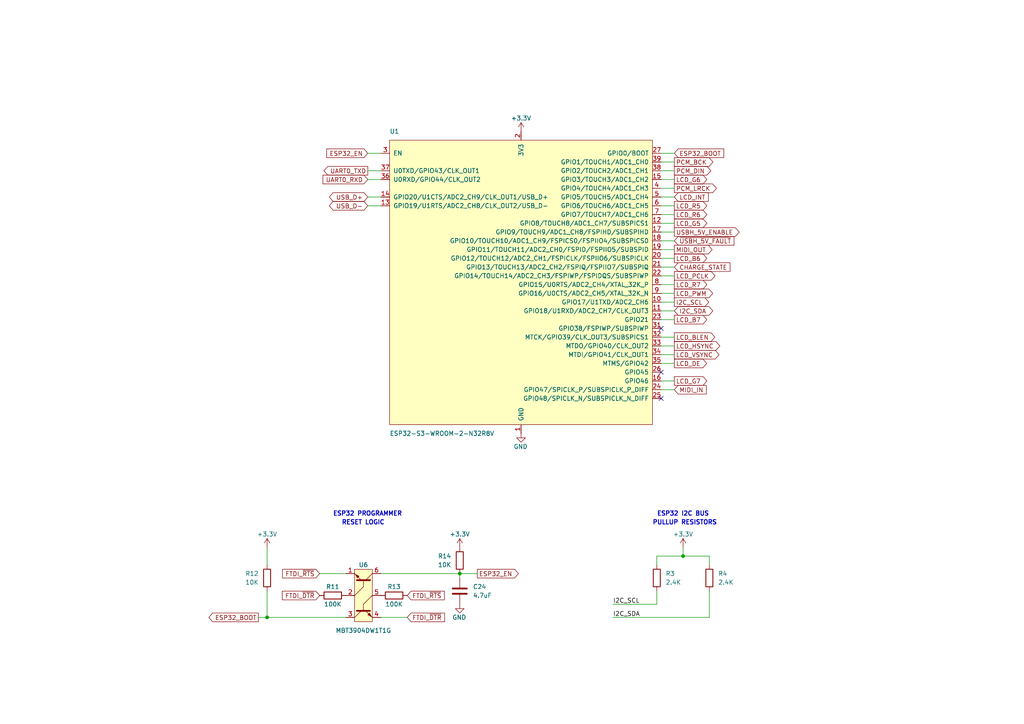
<source format=kicad_sch>
(kicad_sch (version 20230121) (generator eeschema)

  (uuid f226e34b-2860-4bf9-bc2d-6855a8ea5ba6)

  (paper "A4")

  (title_block
    (title "Tulip CC / MCU")
  )

  (lib_symbols
    (symbol "power:+3.3V" (power) (pin_names (offset 0)) (in_bom yes) (on_board yes)
      (property "Reference" "#PWR" (at 0 -3.81 0)
        (effects (font (size 1.27 1.27)) hide)
      )
      (property "Value" "+3.3V" (at 0 3.556 0)
        (effects (font (size 1.27 1.27)))
      )
      (property "Footprint" "" (at 0 0 0)
        (effects (font (size 1.27 1.27)) hide)
      )
      (property "Datasheet" "" (at 0 0 0)
        (effects (font (size 1.27 1.27)) hide)
      )
      (property "ki_keywords" "global power" (at 0 0 0)
        (effects (font (size 1.27 1.27)) hide)
      )
      (property "ki_description" "Power symbol creates a global label with name \"+3.3V\"" (at 0 0 0)
        (effects (font (size 1.27 1.27)) hide)
      )
      (symbol "+3.3V_0_1"
        (polyline
          (pts
            (xy -0.762 1.27)
            (xy 0 2.54)
          )
          (stroke (width 0) (type default))
          (fill (type none))
        )
        (polyline
          (pts
            (xy 0 0)
            (xy 0 2.54)
          )
          (stroke (width 0) (type default))
          (fill (type none))
        )
        (polyline
          (pts
            (xy 0 2.54)
            (xy 0.762 1.27)
          )
          (stroke (width 0) (type default))
          (fill (type none))
        )
      )
      (symbol "+3.3V_1_1"
        (pin power_in line (at 0 0 90) (length 0) hide
          (name "+3.3V" (effects (font (size 1.27 1.27))))
          (number "1" (effects (font (size 1.27 1.27))))
        )
      )
    )
    (symbol "power:GND" (power) (pin_names (offset 0)) (in_bom yes) (on_board yes)
      (property "Reference" "#PWR" (at 0 -6.35 0)
        (effects (font (size 1.27 1.27)) hide)
      )
      (property "Value" "GND" (at 0 -3.81 0)
        (effects (font (size 1.27 1.27)))
      )
      (property "Footprint" "" (at 0 0 0)
        (effects (font (size 1.27 1.27)) hide)
      )
      (property "Datasheet" "" (at 0 0 0)
        (effects (font (size 1.27 1.27)) hide)
      )
      (property "ki_keywords" "global power" (at 0 0 0)
        (effects (font (size 1.27 1.27)) hide)
      )
      (property "ki_description" "Power symbol creates a global label with name \"GND\" , ground" (at 0 0 0)
        (effects (font (size 1.27 1.27)) hide)
      )
      (symbol "GND_0_1"
        (polyline
          (pts
            (xy 0 0)
            (xy 0 -1.27)
            (xy 1.27 -1.27)
            (xy 0 -2.54)
            (xy -1.27 -1.27)
            (xy 0 -1.27)
          )
          (stroke (width 0) (type default))
          (fill (type none))
        )
      )
      (symbol "GND_1_1"
        (pin power_in line (at 0 0 270) (length 0) hide
          (name "GND" (effects (font (size 1.27 1.27))))
          (number "1" (effects (font (size 1.27 1.27))))
        )
      )
    )
    (symbol "tulipcc_symbol_lib:CAP_0805_4.7UF" (pin_numbers hide) (pin_names (offset 0.254)) (in_bom yes) (on_board yes)
      (property "Reference" "C" (at 0.635 2.54 0)
        (effects (font (size 1.27 1.27)) (justify left))
      )
      (property "Value" "4.7uF" (at 0.635 -2.54 0)
        (effects (font (size 1.27 1.27)) (justify left))
      )
      (property "Footprint" "tulipcc_footprint_lib:C_0805_2012" (at 1.27 -15.24 0)
        (effects (font (size 1.27 1.27)) hide)
      )
      (property "Datasheet" "https://www.mouser.com/datasheet/2/212/KEM_C1002_X7R_SMD-1102033.pdf" (at 1.27 -11.43 0)
        (effects (font (size 1.27 1.27)) hide)
      )
      (property "Manufacturer" "Kemet" (at 0 -20.32 0)
        (effects (font (size 1.27 1.27)) hide)
      )
      (property "Part #" "C0805C475K3RACTU" (at 0 -22.86 0)
        (effects (font (size 1.27 1.27)) hide)
      )
      (property "Supplier 1" "Mouser" (at 0 -26.67 0)
        (effects (font (size 1.27 1.27)) hide)
      )
      (property "Supplier 1 #" "80-C0805C475K3RACTU" (at 0 -29.21 0)
        (effects (font (size 1.27 1.27)) hide)
      )
      (property "Supplier 2" "DigiKey" (at 0 -33.02 0)
        (effects (font (size 1.27 1.27)) hide)
      )
      (property "Supplier 2 #" "399-C0805C475K3RAC7800CT-ND" (at 2.54 -35.56 0)
        (effects (font (size 1.27 1.27)) hide)
      )
      (property "ki_keywords" "cap capacitor" (at 0 0 0)
        (effects (font (size 1.27 1.27)) hide)
      )
      (property "ki_description" "Capacitor 0805" (at 0 0 0)
        (effects (font (size 1.27 1.27)) hide)
      )
      (property "ki_fp_filters" "C_*" (at 0 0 0)
        (effects (font (size 1.27 1.27)) hide)
      )
      (symbol "CAP_0805_4.7UF_0_1"
        (polyline
          (pts
            (xy -2.032 -0.762)
            (xy 2.032 -0.762)
          )
          (stroke (width 0.508) (type default))
          (fill (type none))
        )
        (polyline
          (pts
            (xy -2.032 0.762)
            (xy 2.032 0.762)
          )
          (stroke (width 0.508) (type default))
          (fill (type none))
        )
      )
      (symbol "CAP_0805_4.7UF_1_1"
        (pin passive line (at 0 3.81 270) (length 2.794)
          (name "~" (effects (font (size 1.27 1.27))))
          (number "1" (effects (font (size 1.27 1.27))))
        )
        (pin passive line (at 0 -3.81 90) (length 2.794)
          (name "~" (effects (font (size 1.27 1.27))))
          (number "2" (effects (font (size 1.27 1.27))))
        )
      )
    )
    (symbol "tulipcc_symbol_lib:ESP32-S3-WROOM-2" (pin_names (offset 1.016)) (in_bom yes) (on_board yes)
      (property "Reference" "U" (at -38.1 45.72 0)
        (effects (font (size 1.27 1.27)) (justify left))
      )
      (property "Value" "ESP32-S3-WROOM-2-N32R8V" (at -38.1 43.18 0)
        (effects (font (size 1.27 1.27)) (justify left))
      )
      (property "Footprint" "tulipcc_footprint_lib:ESP32-S3-WROOM-2" (at -2.54 -45.72 0)
        (effects (font (size 1.27 1.27)) hide)
      )
      (property "Datasheet" "https://www.espressif.com/sites/default/files/documentation/esp32-s3-wroom-2_datasheet_en.pdf" (at -2.54 -48.26 0)
        (effects (font (size 1.27 1.27)) hide)
      )
      (property "Manufacturer" "Espressif" (at 0 -57.15 0)
        (effects (font (size 1.27 1.27)) hide)
      )
      (property "Part #" "ESP32-S3-WROOM-2-N32R8V" (at 0 -59.69 0)
        (effects (font (size 1.27 1.27)) hide)
      )
      (property "Supplier 1" "Mouser" (at 0 -63.5 0)
        (effects (font (size 1.27 1.27)) hide)
      )
      (property "Supplier 1 #" "356-ESP3S3WRM2N32R8V" (at 0 -66.04 0)
        (effects (font (size 1.27 1.27)) hide)
      )
      (property "Supplier 2" "DigiKey" (at 0 -69.85 0)
        (effects (font (size 1.27 1.27)) hide)
      )
      (property "Supplier 2 #" "1965-ESP32-S3-WROOM-2-N32R8VCT-ND " (at 2.54 -72.39 0)
        (effects (font (size 1.27 1.27)) hide)
      )
      (property "ki_description" "ESP32S3 WiFi/BLE SoC" (at 0 0 0)
        (effects (font (size 1.27 1.27)) hide)
      )
      (symbol "ESP32-S3-WROOM-2_0_0"
        (pin power_in line (at 0 -43.18 90) (length 2.54)
          (name "GND" (effects (font (size 1.27 1.27))))
          (number "1" (effects (font (size 1.27 1.27))))
        )
        (pin bidirectional line (at 40.64 -5.08 180) (length 2.54)
          (name "GPIO17/U1TXD/ADC2_CH6" (effects (font (size 1.27 1.27))))
          (number "10" (effects (font (size 1.27 1.27))))
        )
        (pin bidirectional line (at 40.64 -7.62 180) (length 2.54)
          (name "GPIO18/U1RXD/ADC2_CH7/CLK_OUT3" (effects (font (size 1.27 1.27))))
          (number "11" (effects (font (size 1.27 1.27))))
        )
        (pin bidirectional line (at 40.64 17.78 180) (length 2.54)
          (name "GPIO8/TOUCH8/ADC1_CH7/SUBSPICS1" (effects (font (size 1.27 1.27))))
          (number "12" (effects (font (size 1.27 1.27))))
        )
        (pin bidirectional line (at -40.64 22.86 0) (length 2.54)
          (name "GPIO19/U1RTS/ADC2_CH8/CLK_OUT2/USB_D-" (effects (font (size 1.27 1.27))))
          (number "13" (effects (font (size 1.27 1.27))))
        )
        (pin bidirectional line (at -40.64 25.4 0) (length 2.54)
          (name "GPIO20/U1CTS/ADC2_CH9/CLK_OUT1/USB_D+" (effects (font (size 1.27 1.27))))
          (number "14" (effects (font (size 1.27 1.27))))
        )
        (pin bidirectional line (at 40.64 30.48 180) (length 2.54)
          (name "GPIO3/TOUCH3/ADC1_CH2" (effects (font (size 1.27 1.27))))
          (number "15" (effects (font (size 1.27 1.27))))
        )
        (pin bidirectional line (at 40.64 -27.94 180) (length 2.54)
          (name "GPIO46" (effects (font (size 1.27 1.27))))
          (number "16" (effects (font (size 1.27 1.27))))
        )
        (pin bidirectional line (at 40.64 15.24 180) (length 2.54)
          (name "GPIO9/TOUCH9/ADC1_CH8/FSPIHD/SUBSPIHD" (effects (font (size 1.27 1.27))))
          (number "17" (effects (font (size 1.27 1.27))))
        )
        (pin bidirectional line (at 40.64 12.7 180) (length 2.54)
          (name "GPIO10/TOUCH10/ADC1_CH9/FSPICS0/FSPIIO4/SUBSPICS0" (effects (font (size 1.27 1.27))))
          (number "18" (effects (font (size 1.27 1.27))))
        )
        (pin bidirectional line (at 40.64 10.16 180) (length 2.54)
          (name "GPIO11/TOUCH11/ADC2_CH0/FSPID/FSPIIO5/SUBSPID" (effects (font (size 1.27 1.27))))
          (number "19" (effects (font (size 1.27 1.27))))
        )
        (pin power_in line (at 0 44.45 270) (length 2.54)
          (name "3V3" (effects (font (size 1.27 1.27))))
          (number "2" (effects (font (size 1.27 1.27))))
        )
        (pin bidirectional line (at 40.64 7.62 180) (length 2.54)
          (name "GPIO12/TOUCH12/ADC2_CH1/FSPICLK/FSPIIO6/SUBSPICLK" (effects (font (size 1.27 1.27))))
          (number "20" (effects (font (size 1.27 1.27))))
        )
        (pin bidirectional line (at 40.64 5.08 180) (length 2.54)
          (name "GPIO13/TOUCH13/ADC2_CH2/FSPIQ/FSPIIO7/SUBSPIQ" (effects (font (size 1.27 1.27))))
          (number "21" (effects (font (size 1.27 1.27))))
        )
        (pin bidirectional line (at 40.64 2.54 180) (length 2.54)
          (name "GPIO14/TOUCH14/ADC2_CH3/FSPIWP/FSPIDQS/SUBSPIWP" (effects (font (size 1.27 1.27))))
          (number "22" (effects (font (size 1.27 1.27))))
        )
        (pin bidirectional line (at 40.64 -10.16 180) (length 2.54)
          (name "GPIO21" (effects (font (size 1.27 1.27))))
          (number "23" (effects (font (size 1.27 1.27))))
        )
        (pin bidirectional line (at 40.64 -30.48 180) (length 2.54)
          (name "GPIO47/SPICLK_P/SUBSPICLK_P_DIFF" (effects (font (size 1.27 1.27))))
          (number "24" (effects (font (size 1.27 1.27))))
        )
        (pin bidirectional line (at 40.64 -33.02 180) (length 2.54)
          (name "GPIO48/SPICLK_N/SUBSPICLK_N_DIFF" (effects (font (size 1.27 1.27))))
          (number "25" (effects (font (size 1.27 1.27))))
        )
        (pin bidirectional line (at 40.64 -25.4 180) (length 2.54)
          (name "GPIO45" (effects (font (size 1.27 1.27))))
          (number "26" (effects (font (size 1.27 1.27))))
        )
        (pin bidirectional line (at 40.64 38.1 180) (length 2.54)
          (name "GPIO0/BOOT" (effects (font (size 1.27 1.27))))
          (number "27" (effects (font (size 1.27 1.27))))
        )
        (pin no_connect line (at -40.64 -33.02 0) (length 2.54) hide
          (name "NC" (effects (font (size 1.27 1.27))))
          (number "28" (effects (font (size 1.27 1.27))))
        )
        (pin no_connect line (at -40.64 -30.48 0) (length 2.54) hide
          (name "NC" (effects (font (size 1.27 1.27))))
          (number "29" (effects (font (size 1.27 1.27))))
        )
        (pin input line (at -40.64 38.1 0) (length 2.54)
          (name "EN" (effects (font (size 1.27 1.27))))
          (number "3" (effects (font (size 1.27 1.27))))
        )
        (pin no_connect line (at -40.64 -27.94 0) (length 2.54) hide
          (name "NC" (effects (font (size 1.27 1.27))))
          (number "30" (effects (font (size 1.27 1.27))))
        )
        (pin bidirectional line (at 40.64 -12.7 180) (length 2.54)
          (name "GPIO38/FSPIWP/SUBSPIWP" (effects (font (size 1.27 1.27))))
          (number "31" (effects (font (size 1.27 1.27))))
        )
        (pin bidirectional line (at 40.64 -15.24 180) (length 2.54)
          (name "MTCK/GPIO39/CLK_OUT3/SUBSPICS1" (effects (font (size 1.27 1.27))))
          (number "32" (effects (font (size 1.27 1.27))))
        )
        (pin bidirectional line (at 40.64 -17.78 180) (length 2.54)
          (name "MTDO/GPIO40/CLK_OUT2" (effects (font (size 1.27 1.27))))
          (number "33" (effects (font (size 1.27 1.27))))
        )
        (pin bidirectional line (at 40.64 -20.32 180) (length 2.54)
          (name "MTDI/GPIO41/CLK_OUT1" (effects (font (size 1.27 1.27))))
          (number "34" (effects (font (size 1.27 1.27))))
        )
        (pin bidirectional line (at 40.64 -22.86 180) (length 2.54)
          (name "MTMS/GPIO42" (effects (font (size 1.27 1.27))))
          (number "35" (effects (font (size 1.27 1.27))))
        )
        (pin bidirectional line (at -40.64 30.48 0) (length 2.54)
          (name "U0RXD/GPIO44/CLK_OUT2" (effects (font (size 1.27 1.27))))
          (number "36" (effects (font (size 1.27 1.27))))
        )
        (pin bidirectional line (at -40.64 33.02 0) (length 2.54)
          (name "U0TXD/GPIO43/CLK_OUT1" (effects (font (size 1.27 1.27))))
          (number "37" (effects (font (size 1.27 1.27))))
        )
        (pin bidirectional line (at 40.64 33.02 180) (length 2.54)
          (name "GPIO2/TOUCH2/ADC1_CH1" (effects (font (size 1.27 1.27))))
          (number "38" (effects (font (size 1.27 1.27))))
        )
        (pin bidirectional line (at 40.64 35.56 180) (length 2.54)
          (name "GPIO1/TOUCH1/ADC1_CH0" (effects (font (size 1.27 1.27))))
          (number "39" (effects (font (size 1.27 1.27))))
        )
        (pin bidirectional line (at 40.64 27.94 180) (length 2.54)
          (name "GPIO4/TOUCH4/ADC1_CH3" (effects (font (size 1.27 1.27))))
          (number "4" (effects (font (size 1.27 1.27))))
        )
        (pin passive line (at 0 -43.18 90) (length 2.54) hide
          (name "GND" (effects (font (size 1.27 1.27))))
          (number "40" (effects (font (size 1.27 1.27))))
        )
        (pin passive line (at 0 -43.18 90) (length 2.54) hide
          (name "GND" (effects (font (size 1.27 1.27))))
          (number "41" (effects (font (size 1.27 1.27))))
        )
        (pin bidirectional line (at 40.64 25.4 180) (length 2.54)
          (name "GPIO5/TOUCH5/ADC1_CH4" (effects (font (size 1.27 1.27))))
          (number "5" (effects (font (size 1.27 1.27))))
        )
        (pin bidirectional line (at 40.64 22.86 180) (length 2.54)
          (name "GPIO6/TOUCH6/ADC1_CH5" (effects (font (size 1.27 1.27))))
          (number "6" (effects (font (size 1.27 1.27))))
        )
        (pin bidirectional line (at 40.64 20.32 180) (length 2.54)
          (name "GPIO7/TOUCH7/ADC1_CH6" (effects (font (size 1.27 1.27))))
          (number "7" (effects (font (size 1.27 1.27))))
        )
        (pin bidirectional line (at 40.64 0 180) (length 2.54)
          (name "GPIO15/U0RTS/ADC2_CH4/XTAL_32K_P" (effects (font (size 1.27 1.27))))
          (number "8" (effects (font (size 1.27 1.27))))
        )
        (pin bidirectional line (at 40.64 -2.54 180) (length 2.54)
          (name "GPIO16/U0CTS/ADC2_CH5/XTAL_32K_N" (effects (font (size 1.27 1.27))))
          (number "9" (effects (font (size 1.27 1.27))))
        )
      )
      (symbol "ESP32-S3-WROOM-2_0_1"
        (rectangle (start -38.1 41.91) (end 38.1 -40.64)
          (stroke (width 0) (type default))
          (fill (type background))
        )
      )
    )
    (symbol "tulipcc_symbol_lib:MBT3904DW1T1G" (in_bom yes) (on_board yes)
      (property "Reference" "U" (at -8.89 3.81 0)
        (effects (font (size 1.27 1.27)))
      )
      (property "Value" "MBT3904DW1T1G" (at 17.78 0 0)
        (effects (font (size 1.27 1.27)))
      )
      (property "Footprint" "tulipcc_footprint_lib:SOT-363_SC-70-6" (at 0 0 0)
        (effects (font (size 1.27 1.27)) hide)
      )
      (property "Datasheet" "https://www.mouser.com/datasheet/2/308/1/MBT3904DW1T1_D-2315275.pdf" (at 1.27 -13.97 0)
        (effects (font (size 1.27 1.27)) hide)
      )
      (property "Manufacturer" "Onsemi" (at 0 -17.78 0)
        (effects (font (size 1.27 1.27)) hide)
      )
      (property "Part #" "MBT3904DW1T1G" (at 0 -20.32 0)
        (effects (font (size 1.27 1.27)) hide)
      )
      (property "Supplier 1" "Mouser" (at 0 -24.13 0)
        (effects (font (size 1.27 1.27)) hide)
      )
      (property "Supplier 1 #" "863-MBT3904DW1T1G" (at 0 -26.67 0)
        (effects (font (size 1.27 1.27)) hide)
      )
      (property "Supplier 2" "DigiKey" (at 0 -30.48 0)
        (effects (font (size 1.27 1.27)) hide)
      )
      (property "Supplier 2 #" "MBT3904DW1T1GOSCT-ND" (at 0 -33.02 0)
        (effects (font (size 1.27 1.27)) hide)
      )
      (property "ki_description" "Bipolar Transistor BJT 200mA 60V Dual NPN" (at 0 0 0)
        (effects (font (size 1.27 1.27)) hide)
      )
      (symbol "MBT3904DW1T1G_0_1"
        (rectangle (start -6.35 2.54) (end 8.89 -2.54)
          (stroke (width 0) (type default))
          (fill (type background))
        )
        (polyline
          (pts
            (xy -3.175 0)
            (xy -1.27 0)
          )
          (stroke (width 0) (type default))
          (fill (type none))
        )
        (polyline
          (pts
            (xy -3.175 0.635)
            (xy -5.08 2.54)
          )
          (stroke (width 0) (type default))
          (fill (type none))
        )
        (polyline
          (pts
            (xy 1.27 -2.54)
            (xy -1.27 0)
          )
          (stroke (width 0) (type default))
          (fill (type none))
        )
        (polyline
          (pts
            (xy 3.81 0)
            (xy 1.27 2.54)
          )
          (stroke (width 0) (type default))
          (fill (type none))
        )
        (polyline
          (pts
            (xy 5.715 -0.635)
            (xy 7.62 -2.54)
          )
          (stroke (width 0) (type default))
          (fill (type none))
        )
        (polyline
          (pts
            (xy 5.715 0)
            (xy 3.81 0)
          )
          (stroke (width 0) (type default))
          (fill (type none))
        )
        (polyline
          (pts
            (xy -3.175 -0.635)
            (xy -5.08 -2.54)
            (xy -5.08 -2.54)
          )
          (stroke (width 0) (type default))
          (fill (type none))
        )
        (polyline
          (pts
            (xy -3.175 1.905)
            (xy -3.175 -1.905)
            (xy -3.175 -1.905)
          )
          (stroke (width 0.508) (type default))
          (fill (type none))
        )
        (polyline
          (pts
            (xy 5.715 -1.905)
            (xy 5.715 1.905)
            (xy 5.715 1.905)
          )
          (stroke (width 0.508) (type default))
          (fill (type none))
        )
        (polyline
          (pts
            (xy 5.715 0.635)
            (xy 7.62 2.54)
            (xy 7.62 2.54)
          )
          (stroke (width 0) (type default))
          (fill (type none))
        )
        (polyline
          (pts
            (xy -3.81 -1.778)
            (xy -4.318 -1.27)
            (xy -4.826 -2.286)
            (xy -3.81 -1.778)
            (xy -3.81 -1.778)
          )
          (stroke (width 0) (type default))
          (fill (type outline))
        )
        (polyline
          (pts
            (xy 6.35 1.778)
            (xy 6.858 1.27)
            (xy 7.366 2.286)
            (xy 6.35 1.778)
            (xy 6.35 1.778)
          )
          (stroke (width 0) (type default))
          (fill (type outline))
        )
      )
      (symbol "MBT3904DW1T1G_1_1"
        (pin passive line (at 7.62 5.08 270) (length 2.54)
          (name "" (effects (font (size 1.27 1.27))))
          (number "1" (effects (font (size 1.27 1.27))))
        )
        (pin input line (at 1.27 5.08 270) (length 2.54)
          (name "" (effects (font (size 1.27 1.27))))
          (number "2" (effects (font (size 1.27 1.27))))
        )
        (pin passive line (at -5.08 5.08 270) (length 2.54)
          (name "" (effects (font (size 1.27 1.27))))
          (number "3" (effects (font (size 1.27 1.27))))
        )
        (pin passive line (at -5.08 -5.08 90) (length 2.54)
          (name "" (effects (font (size 1.27 1.27))))
          (number "4" (effects (font (size 1.27 1.27))))
        )
        (pin input line (at 1.27 -5.08 90) (length 2.54)
          (name "" (effects (font (size 1.27 1.27))))
          (number "5" (effects (font (size 1.27 1.27))))
        )
        (pin passive line (at 7.62 -5.08 90) (length 2.54)
          (name "" (effects (font (size 1.27 1.27))))
          (number "6" (effects (font (size 1.27 1.27))))
        )
      )
    )
    (symbol "tulipcc_symbol_lib:RES_0805_100K" (pin_numbers hide) (pin_names (offset 0)) (in_bom yes) (on_board yes)
      (property "Reference" "R" (at 0 2.032 0)
        (effects (font (size 1.27 1.27)))
      )
      (property "Value" "100K" (at 0 -2.54 0)
        (effects (font (size 1.27 1.27)))
      )
      (property "Footprint" "tulipcc_footprint_lib:R_0805_2012" (at 0 -6.35 0)
        (effects (font (size 1.27 1.27)) hide)
      )
      (property "Datasheet" "https://www.mouser.com/datasheet/2/54/cr-1858361.pdf" (at -1.27 -3.81 0)
        (effects (font (size 1.27 1.27)) hide)
      )
      (property "Manufacturer" "Bourns" (at 0 -11.43 0)
        (effects (font (size 1.27 1.27)) hide)
      )
      (property "Part #" "CR0805-FX-1003ELF" (at 0 -13.97 0)
        (effects (font (size 1.27 1.27)) hide)
      )
      (property "Supplier 1" "Mouser" (at 0 -16.51 0)
        (effects (font (size 1.27 1.27)) hide)
      )
      (property "Supplier 1 #" "652-CR0805FX-1003ELF" (at 0 -19.05 0)
        (effects (font (size 1.27 1.27)) hide)
      )
      (property "Supplier 2" "DigiKey" (at 0 -21.59 0)
        (effects (font (size 1.27 1.27)) hide)
      )
      (property "Supplier 2 #" "CR0805-FX-1003ELFCT-ND" (at 0 -24.13 0)
        (effects (font (size 1.27 1.27)) hide)
      )
      (property "ki_keywords" "R res resistor" (at 0 0 0)
        (effects (font (size 1.27 1.27)) hide)
      )
      (property "ki_description" "Resistor 0805" (at 0 0 0)
        (effects (font (size 1.27 1.27)) hide)
      )
      (property "ki_fp_filters" "R_*" (at 0 0 0)
        (effects (font (size 1.27 1.27)) hide)
      )
      (symbol "RES_0805_100K_0_1"
        (rectangle (start 2.54 -1.016) (end -2.54 1.016)
          (stroke (width 0.254) (type default))
          (fill (type none))
        )
      )
      (symbol "RES_0805_100K_1_1"
        (pin passive line (at -3.81 0 0) (length 1.27)
          (name "~" (effects (font (size 1.27 1.27))))
          (number "1" (effects (font (size 1.27 1.27))))
        )
        (pin passive line (at 3.81 0 180) (length 1.27)
          (name "~" (effects (font (size 1.27 1.27))))
          (number "2" (effects (font (size 1.27 1.27))))
        )
      )
    )
    (symbol "tulipcc_symbol_lib:RES_0805_10K" (pin_numbers hide) (pin_names (offset 0)) (in_bom yes) (on_board yes)
      (property "Reference" "R" (at 0 2.032 0)
        (effects (font (size 1.27 1.27)))
      )
      (property "Value" "10K" (at 0 -2.54 0)
        (effects (font (size 1.27 1.27)))
      )
      (property "Footprint" "tulipcc_footprint_lib:R_0805_2012" (at 0 -6.35 0)
        (effects (font (size 1.27 1.27)) hide)
      )
      (property "Datasheet" "https://www.mouser.com/datasheet/2/54/cr-1858361.pdf" (at -1.27 -3.81 0)
        (effects (font (size 1.27 1.27)) hide)
      )
      (property "Manufacturer" "Bourns" (at 0 -11.43 0)
        (effects (font (size 1.27 1.27)) hide)
      )
      (property "Part #" "CR0805-FX-1002ELF" (at 0 -13.97 0)
        (effects (font (size 1.27 1.27)) hide)
      )
      (property "Supplier 1" "Mouser" (at 0 -16.51 0)
        (effects (font (size 1.27 1.27)) hide)
      )
      (property "Supplier 1 #" "652-CR0805FX-1002ELF" (at 0 -19.05 0)
        (effects (font (size 1.27 1.27)) hide)
      )
      (property "Supplier 2" "DigiKey" (at 0 -21.59 0)
        (effects (font (size 1.27 1.27)) hide)
      )
      (property "Supplier 2 #" "CR0805-FX-1002ELFCT-ND" (at 0 -24.13 0)
        (effects (font (size 1.27 1.27)) hide)
      )
      (property "ki_keywords" "R res resistor" (at 0 0 0)
        (effects (font (size 1.27 1.27)) hide)
      )
      (property "ki_description" "Resistor 0805" (at 0 0 0)
        (effects (font (size 1.27 1.27)) hide)
      )
      (property "ki_fp_filters" "R_*" (at 0 0 0)
        (effects (font (size 1.27 1.27)) hide)
      )
      (symbol "RES_0805_10K_0_1"
        (rectangle (start 2.54 -1.016) (end -2.54 1.016)
          (stroke (width 0.254) (type default))
          (fill (type none))
        )
      )
      (symbol "RES_0805_10K_1_1"
        (pin passive line (at -3.81 0 0) (length 1.27)
          (name "~" (effects (font (size 1.27 1.27))))
          (number "1" (effects (font (size 1.27 1.27))))
        )
        (pin passive line (at 3.81 0 180) (length 1.27)
          (name "~" (effects (font (size 1.27 1.27))))
          (number "2" (effects (font (size 1.27 1.27))))
        )
      )
    )
    (symbol "tulipcc_symbol_lib:RES_0805_2K4" (pin_numbers hide) (pin_names (offset 0)) (in_bom yes) (on_board yes)
      (property "Reference" "R" (at 0 2.032 0)
        (effects (font (size 1.27 1.27)))
      )
      (property "Value" "2.4K" (at 0 -2.54 0)
        (effects (font (size 1.27 1.27)))
      )
      (property "Footprint" "tulipcc_footprint_lib:R_0805_2012" (at 0 -6.35 0)
        (effects (font (size 1.27 1.27)) hide)
      )
      (property "Datasheet" "https://www.mouser.com/datasheet/2/54/cr-1858361.pdf" (at -1.27 -3.81 0)
        (effects (font (size 1.27 1.27)) hide)
      )
      (property "Manufacturer" "Bourns" (at 0 -11.43 0)
        (effects (font (size 1.27 1.27)) hide)
      )
      (property "Part #" "CR0805-FX-2401ELF" (at 0 -13.97 0)
        (effects (font (size 1.27 1.27)) hide)
      )
      (property "Supplier 1" "Mouser" (at 0 -16.51 0)
        (effects (font (size 1.27 1.27)) hide)
      )
      (property "Supplier 1 #" "652-CR0805FX-2401ELF" (at 0 -19.05 0)
        (effects (font (size 1.27 1.27)) hide)
      )
      (property "Supplier 2" "DigiKey" (at 0 -21.59 0)
        (effects (font (size 1.27 1.27)) hide)
      )
      (property "Supplier 2 #" "CR0805-FX-2401ELFCT-ND" (at 0 -24.13 0)
        (effects (font (size 1.27 1.27)) hide)
      )
      (property "ki_keywords" "R res resistor" (at 0 0 0)
        (effects (font (size 1.27 1.27)) hide)
      )
      (property "ki_description" "Resistor 0805" (at 0 0 0)
        (effects (font (size 1.27 1.27)) hide)
      )
      (property "ki_fp_filters" "R_*" (at 0 0 0)
        (effects (font (size 1.27 1.27)) hide)
      )
      (symbol "RES_0805_2K4_0_1"
        (rectangle (start 2.54 -1.016) (end -2.54 1.016)
          (stroke (width 0.254) (type default))
          (fill (type none))
        )
      )
      (symbol "RES_0805_2K4_1_1"
        (pin passive line (at -3.81 0 0) (length 1.27)
          (name "~" (effects (font (size 1.27 1.27))))
          (number "1" (effects (font (size 1.27 1.27))))
        )
        (pin passive line (at 3.81 0 180) (length 1.27)
          (name "~" (effects (font (size 1.27 1.27))))
          (number "2" (effects (font (size 1.27 1.27))))
        )
      )
    )
  )

  (junction (at 133.35 166.37) (diameter 0) (color 0 0 0 0)
    (uuid a31b6a95-fb71-47a5-be15-f0d4c108850d)
  )
  (junction (at 77.47 179.07) (diameter 0) (color 0 0 0 0)
    (uuid b386100f-28a7-432e-9f7a-5aaa66cd2df7)
  )
  (junction (at 198.12 161.29) (diameter 0) (color 0 0 0 0)
    (uuid e2cc2f36-fec1-4e69-8fd5-e876a28ff83c)
  )

  (no_connect (at 191.77 95.25) (uuid 20779a6b-a422-4143-87aa-cb0940c810e3))
  (no_connect (at 191.77 115.57) (uuid 52d12ab7-9d76-4932-8a5a-5a2a3d63c010))
  (no_connect (at 191.77 107.95) (uuid c10e2602-f46a-4651-af46-27134e30e969))

  (wire (pts (xy 106.68 49.53) (xy 110.49 49.53))
    (stroke (width 0) (type default))
    (uuid 13404ff5-b845-4ab9-9519-16eb878ee470)
  )
  (wire (pts (xy 191.77 62.23) (xy 195.58 62.23))
    (stroke (width 0) (type default))
    (uuid 17ec2b38-4af3-4390-bb13-946b01648770)
  )
  (wire (pts (xy 191.77 69.85) (xy 195.58 69.85))
    (stroke (width 0) (type default))
    (uuid 20469249-1beb-4d60-a84f-a8e9efd278e6)
  )
  (wire (pts (xy 191.77 59.69) (xy 195.58 59.69))
    (stroke (width 0) (type default))
    (uuid 2444a092-3c92-43d1-9044-58627accb04a)
  )
  (wire (pts (xy 191.77 74.93) (xy 195.58 74.93))
    (stroke (width 0) (type default))
    (uuid 261d4ec9-c667-48bf-9151-9b8233c5349c)
  )
  (wire (pts (xy 92.71 166.37) (xy 100.33 166.37))
    (stroke (width 0) (type default))
    (uuid 30c084f4-663e-4768-90b6-4049449e0bfb)
  )
  (wire (pts (xy 191.77 110.49) (xy 195.58 110.49))
    (stroke (width 0) (type default))
    (uuid 36b26da2-7292-4d1a-91ae-65b76afcf8f9)
  )
  (wire (pts (xy 198.12 158.75) (xy 198.12 161.29))
    (stroke (width 0) (type default))
    (uuid 45ff72ef-e346-47f0-9879-4e98cc452f97)
  )
  (wire (pts (xy 190.5 161.29) (xy 198.12 161.29))
    (stroke (width 0) (type default))
    (uuid 463b5b43-a7c4-4d72-8081-ad194fad12c9)
  )
  (wire (pts (xy 191.77 52.07) (xy 195.58 52.07))
    (stroke (width 0) (type default))
    (uuid 4802cd5d-272d-4e78-b525-2a51cdb03bf4)
  )
  (wire (pts (xy 177.8 175.26) (xy 190.5 175.26))
    (stroke (width 0) (type default))
    (uuid 4b7954e2-5b88-47b7-990a-57101c966062)
  )
  (wire (pts (xy 190.5 163.83) (xy 190.5 161.29))
    (stroke (width 0) (type default))
    (uuid 5e77b59a-2408-4991-834d-92f2217f1229)
  )
  (wire (pts (xy 110.49 166.37) (xy 133.35 166.37))
    (stroke (width 0) (type default))
    (uuid 5f049063-d293-42b7-853b-f0ac219d81ce)
  )
  (wire (pts (xy 191.77 90.17) (xy 195.58 90.17))
    (stroke (width 0) (type default))
    (uuid 6588e5c0-245d-4914-a946-5f75c6a39676)
  )
  (wire (pts (xy 191.77 105.41) (xy 195.58 105.41))
    (stroke (width 0) (type default))
    (uuid 74b6a79b-a458-46e1-bfcb-c7f00b7fd33e)
  )
  (wire (pts (xy 177.8 179.07) (xy 205.74 179.07))
    (stroke (width 0) (type default))
    (uuid 77800f42-37c3-4d21-afea-d68ad6b5a93c)
  )
  (wire (pts (xy 191.77 97.79) (xy 195.58 97.79))
    (stroke (width 0) (type default))
    (uuid 7af7850d-567c-47bd-ba9c-557a17645ffb)
  )
  (wire (pts (xy 191.77 102.87) (xy 195.58 102.87))
    (stroke (width 0) (type default))
    (uuid 80120e3d-2d81-45ea-99c4-45bf4c4c8a99)
  )
  (wire (pts (xy 106.68 44.45) (xy 110.49 44.45))
    (stroke (width 0) (type default))
    (uuid 81a9f7b0-415c-4d1b-b3e3-b9d76d5c3272)
  )
  (wire (pts (xy 198.12 161.29) (xy 205.74 161.29))
    (stroke (width 0) (type default))
    (uuid 84dde2a7-596d-4bde-ba21-e4e94bc08531)
  )
  (wire (pts (xy 74.93 179.07) (xy 77.47 179.07))
    (stroke (width 0) (type default))
    (uuid 8787add7-ad4f-4bad-8c4b-6e97621797aa)
  )
  (wire (pts (xy 77.47 179.07) (xy 100.33 179.07))
    (stroke (width 0) (type default))
    (uuid 903e36ec-b63f-49a9-8ace-95e13b73a5a8)
  )
  (wire (pts (xy 77.47 158.75) (xy 77.47 163.83))
    (stroke (width 0) (type default))
    (uuid 90962a9e-00d5-4fc5-b66a-5258e4d94a55)
  )
  (wire (pts (xy 205.74 161.29) (xy 205.74 163.83))
    (stroke (width 0) (type default))
    (uuid 910a21d0-5657-4e44-83eb-312ab73c419d)
  )
  (wire (pts (xy 133.35 166.37) (xy 133.35 167.64))
    (stroke (width 0) (type default))
    (uuid 91c9afe8-7e44-477d-b037-23606f704d6c)
  )
  (wire (pts (xy 133.35 166.37) (xy 138.43 166.37))
    (stroke (width 0) (type default))
    (uuid 9b03b027-1ef3-47ce-a628-483ac595613b)
  )
  (wire (pts (xy 191.77 80.01) (xy 195.58 80.01))
    (stroke (width 0) (type default))
    (uuid 9bd14452-2c8b-4a3d-8fd3-b55651c5bf83)
  )
  (wire (pts (xy 191.77 82.55) (xy 195.58 82.55))
    (stroke (width 0) (type default))
    (uuid 9c930c4d-e2b1-4f69-902d-7de5d8508997)
  )
  (wire (pts (xy 191.77 54.61) (xy 195.58 54.61))
    (stroke (width 0) (type default))
    (uuid 9db0f106-be42-48cf-8921-336dad9f62f6)
  )
  (wire (pts (xy 191.77 100.33) (xy 195.58 100.33))
    (stroke (width 0) (type default))
    (uuid a6cee2d0-0fb6-4d25-854f-d9f2c6dded48)
  )
  (wire (pts (xy 191.77 67.31) (xy 195.58 67.31))
    (stroke (width 0) (type default))
    (uuid a84dbf67-d50a-45f1-8f6e-0156bca01752)
  )
  (wire (pts (xy 110.49 179.07) (xy 118.11 179.07))
    (stroke (width 0) (type default))
    (uuid ac6b6b4c-d060-4e99-bd48-01bb91b6d140)
  )
  (wire (pts (xy 77.47 171.45) (xy 77.47 179.07))
    (stroke (width 0) (type default))
    (uuid b63cfd18-a262-4797-9976-2cf777d3c9ad)
  )
  (wire (pts (xy 190.5 175.26) (xy 190.5 171.45))
    (stroke (width 0) (type default))
    (uuid b688f2fd-4b20-43c4-8e93-a23b295fdf27)
  )
  (wire (pts (xy 191.77 64.77) (xy 195.58 64.77))
    (stroke (width 0) (type default))
    (uuid b68e4cce-eae7-41ca-9a45-d753d3033a1f)
  )
  (wire (pts (xy 191.77 49.53) (xy 195.58 49.53))
    (stroke (width 0) (type default))
    (uuid bac35805-3b12-479a-8224-3136467eea1e)
  )
  (wire (pts (xy 191.77 57.15) (xy 195.58 57.15))
    (stroke (width 0) (type default))
    (uuid bb3dc8c2-d108-4305-8f43-45c67f27ab76)
  )
  (wire (pts (xy 191.77 77.47) (xy 195.58 77.47))
    (stroke (width 0) (type default))
    (uuid bdcdcb18-cb27-45c2-bec2-4eae9d4fb661)
  )
  (wire (pts (xy 191.77 113.03) (xy 195.58 113.03))
    (stroke (width 0) (type default))
    (uuid c0356702-6020-4d11-a5c5-437039e31d34)
  )
  (wire (pts (xy 191.77 44.45) (xy 195.58 44.45))
    (stroke (width 0) (type default))
    (uuid c54ef18a-79cd-43c2-a28b-12ad2423848d)
  )
  (wire (pts (xy 191.77 46.99) (xy 195.58 46.99))
    (stroke (width 0) (type default))
    (uuid cf9b3049-e717-4d79-b53c-d3cf4e9dd360)
  )
  (wire (pts (xy 205.74 171.45) (xy 205.74 179.07))
    (stroke (width 0) (type default))
    (uuid d1629e46-9e33-4b28-9d91-5235f294ae95)
  )
  (wire (pts (xy 191.77 92.71) (xy 195.58 92.71))
    (stroke (width 0) (type default))
    (uuid d2889a92-b3fe-4909-8681-744a2bcec049)
  )
  (wire (pts (xy 106.68 57.15) (xy 110.49 57.15))
    (stroke (width 0) (type default))
    (uuid d8ddb163-458a-447a-bac4-69814d17dc0e)
  )
  (wire (pts (xy 191.77 72.39) (xy 195.58 72.39))
    (stroke (width 0) (type default))
    (uuid d96e99d4-c35b-4888-84cd-0cd2bbd1cc49)
  )
  (wire (pts (xy 191.77 85.09) (xy 195.58 85.09))
    (stroke (width 0) (type default))
    (uuid da56903e-2a82-4494-9328-aba515f47aa8)
  )
  (wire (pts (xy 106.68 52.07) (xy 110.49 52.07))
    (stroke (width 0) (type default))
    (uuid e66c953c-cd1c-4705-947e-9cc3021a91ca)
  )
  (wire (pts (xy 191.77 87.63) (xy 195.58 87.63))
    (stroke (width 0) (type default))
    (uuid f9f2588b-454e-4047-912e-02cd1e80c875)
  )
  (wire (pts (xy 106.68 59.69) (xy 110.49 59.69))
    (stroke (width 0) (type default))
    (uuid fb0b06ed-fcee-4a4d-8eeb-2bd67ad7dcc2)
  )

  (text "PULLUP RESISTORS" (at 189.23 152.4 0)
    (effects (font (size 1.27 1.27) (thickness 0.254) bold) (justify left bottom))
    (uuid 005d96e8-81be-41be-aa66-c421279f6b32)
  )
  (text "RESET LOGIC" (at 99.06 152.4 0)
    (effects (font (size 1.27 1.27) (thickness 0.254) bold) (justify left bottom))
    (uuid 08132cef-73a9-4cf0-8f33-5b6999805c34)
  )
  (text "ESP32 I2C BUS" (at 190.5 149.86 0)
    (effects (font (size 1.27 1.27) (thickness 0.254) bold) (justify left bottom))
    (uuid 916db475-8de2-4448-947d-7143a3a17521)
  )
  (text "ESP32 PROGRAMMER" (at 96.52 149.86 0)
    (effects (font (size 1.27 1.27) (thickness 0.254) bold) (justify left bottom))
    (uuid d9e30ce7-1ab6-4d7b-a22d-febd914b49ce)
  )

  (label "I2C_SCL" (at 177.8 175.26 0) (fields_autoplaced)
    (effects (font (size 1.27 1.27)) (justify left bottom))
    (uuid 4340e322-1694-49fd-a796-ca19b35a8546)
  )
  (label "I2C_SDA" (at 177.8 179.07 0) (fields_autoplaced)
    (effects (font (size 1.27 1.27)) (justify left bottom))
    (uuid 6eed8d43-1a38-4a4c-b418-34f1f9f0c636)
  )

  (global_label "CHARGE_STATE" (shape input) (at 195.58 77.47 0) (fields_autoplaced)
    (effects (font (size 1.27 1.27)) (justify left))
    (uuid 00cc4d6d-62e4-46d8-b289-84ff25f660d3)
    (property "Intersheetrefs" "${INTERSHEET_REFS}" (at 212.2932 77.47 0)
      (effects (font (size 1.27 1.27)) (justify left) hide)
    )
  )
  (global_label "LCD_PWM" (shape output) (at 195.58 85.09 0) (fields_autoplaced)
    (effects (font (size 1.27 1.27)) (justify left))
    (uuid 05476d17-71c2-44ba-8bb0-020a6e131b07)
    (property "Intersheetrefs" "${INTERSHEET_REFS}" (at 207.2737 85.09 0)
      (effects (font (size 1.27 1.27)) (justify left) hide)
    )
  )
  (global_label "UART0_TXD" (shape output) (at 106.68 49.53 180) (fields_autoplaced)
    (effects (font (size 1.27 1.27)) (justify right))
    (uuid 0a6147f4-d366-444d-bc0e-a73db7ecb587)
    (property "Intersheetrefs" "${INTERSHEET_REFS}" (at 93.4139 49.53 0)
      (effects (font (size 1.27 1.27)) (justify right) hide)
    )
  )
  (global_label "FTDI_~{DTR}" (shape input) (at 118.11 179.07 0) (fields_autoplaced)
    (effects (font (size 1.27 1.27)) (justify left))
    (uuid 0e6f7880-c6e1-457e-b00d-5074956f0074)
    (property "Intersheetrefs" "${INTERSHEET_REFS}" (at 129.5014 179.07 0)
      (effects (font (size 1.27 1.27)) (justify left) hide)
    )
  )
  (global_label "ESP32_EN" (shape output) (at 138.43 166.37 0) (fields_autoplaced)
    (effects (font (size 1.27 1.27)) (justify left))
    (uuid 1662bcfd-e13e-4f5b-8b25-48fc08374f35)
    (property "Intersheetrefs" "${INTERSHEET_REFS}" (at 150.9098 166.37 0)
      (effects (font (size 1.27 1.27)) (justify left) hide)
    )
  )
  (global_label "LCD_VSYNC" (shape output) (at 195.58 102.87 0) (fields_autoplaced)
    (effects (font (size 1.27 1.27)) (justify left))
    (uuid 1681023a-c8db-4a9f-b9fe-4f6272da2997)
    (property "Intersheetrefs" "${INTERSHEET_REFS}" (at 209.0881 102.87 0)
      (effects (font (size 1.27 1.27)) (justify left) hide)
    )
  )
  (global_label "USBH_5V_ENABLE" (shape output) (at 195.58 67.31 0) (fields_autoplaced)
    (effects (font (size 1.27 1.27)) (justify left))
    (uuid 1749cbc8-0576-44fa-9b47-48f580a5c6f0)
    (property "Intersheetrefs" "${INTERSHEET_REFS}" (at 214.9542 67.31 0)
      (effects (font (size 1.27 1.27)) (justify left) hide)
    )
  )
  (global_label "~{USBH_5V_FAULT}" (shape input) (at 195.58 69.85 0) (fields_autoplaced)
    (effects (font (size 1.27 1.27)) (justify left))
    (uuid 185dd4b7-e97b-47af-9460-e428372b1063)
    (property "Intersheetrefs" "${INTERSHEET_REFS}" (at 213.4424 69.85 0)
      (effects (font (size 1.27 1.27)) (justify left) hide)
    )
  )
  (global_label "PCM_LRCK" (shape output) (at 195.58 54.61 0) (fields_autoplaced)
    (effects (font (size 1.27 1.27)) (justify left))
    (uuid 1f45fa21-fad9-4ff4-af41-02760872d823)
    (property "Intersheetrefs" "${INTERSHEET_REFS}" (at 208.3623 54.61 0)
      (effects (font (size 1.27 1.27)) (justify left) hide)
    )
  )
  (global_label "I2C_SDA" (shape bidirectional) (at 195.58 90.17 0) (fields_autoplaced)
    (effects (font (size 1.27 1.27)) (justify left))
    (uuid 227e1379-e033-4293-a738-16aecc54005e)
    (property "Intersheetrefs" "${INTERSHEET_REFS}" (at 207.2965 90.17 0)
      (effects (font (size 1.27 1.27)) (justify left) hide)
    )
  )
  (global_label "LCD_HSYNC" (shape output) (at 195.58 100.33 0) (fields_autoplaced)
    (effects (font (size 1.27 1.27)) (justify left))
    (uuid 22ce1368-b3e1-44dd-91b1-b5e30f546512)
    (property "Intersheetrefs" "${INTERSHEET_REFS}" (at 209.33 100.33 0)
      (effects (font (size 1.27 1.27)) (justify left) hide)
    )
  )
  (global_label "ESP32_BOOT" (shape input) (at 195.58 44.45 0) (fields_autoplaced)
    (effects (font (size 1.27 1.27)) (justify left))
    (uuid 2570acde-397a-45ef-95ab-4a077e74c916)
    (property "Intersheetrefs" "${INTERSHEET_REFS}" (at 210.4789 44.45 0)
      (effects (font (size 1.27 1.27)) (justify left) hide)
    )
  )
  (global_label "LCD_G5" (shape output) (at 195.58 64.77 0) (fields_autoplaced)
    (effects (font (size 1.27 1.27)) (justify left))
    (uuid 382700c5-4399-4004-973a-dd364fe82902)
    (property "Intersheetrefs" "${INTERSHEET_REFS}" (at 205.5804 64.77 0)
      (effects (font (size 1.27 1.27)) (justify left) hide)
    )
  )
  (global_label "MIDI_IN" (shape input) (at 195.58 113.03 0) (fields_autoplaced)
    (effects (font (size 1.27 1.27)) (justify left))
    (uuid 4d809106-4003-4b2e-8faa-e218009336ca)
    (property "Intersheetrefs" "${INTERSHEET_REFS}" (at 205.3991 113.03 0)
      (effects (font (size 1.27 1.27)) (justify left) hide)
    )
  )
  (global_label "LCD_DE" (shape output) (at 195.58 105.41 0) (fields_autoplaced)
    (effects (font (size 1.27 1.27)) (justify left))
    (uuid 523ec7d2-0a3f-4cf1-ac37-ea8fb2237909)
    (property "Intersheetrefs" "${INTERSHEET_REFS}" (at 205.5199 105.41 0)
      (effects (font (size 1.27 1.27)) (justify left) hide)
    )
  )
  (global_label "FTDI_~{RTS}" (shape input) (at 92.71 166.37 180) (fields_autoplaced)
    (effects (font (size 1.27 1.27)) (justify right))
    (uuid 56b045cf-b1e3-4e4c-af14-d2e3db247208)
    (property "Intersheetrefs" "${INTERSHEET_REFS}" (at 81.3791 166.37 0)
      (effects (font (size 1.27 1.27)) (justify right) hide)
    )
  )
  (global_label "LCD_R5" (shape output) (at 195.58 59.69 0) (fields_autoplaced)
    (effects (font (size 1.27 1.27)) (justify left))
    (uuid 5c5fe221-9b37-47b1-9a7a-3b076dc12595)
    (property "Intersheetrefs" "${INTERSHEET_REFS}" (at 205.5804 59.69 0)
      (effects (font (size 1.27 1.27)) (justify left) hide)
    )
  )
  (global_label "FTDI_~{DTR}" (shape input) (at 92.71 172.72 180) (fields_autoplaced)
    (effects (font (size 1.27 1.27)) (justify right))
    (uuid 5cea2dca-9267-4ced-983d-211c2d3ab075)
    (property "Intersheetrefs" "${INTERSHEET_REFS}" (at 81.3186 172.72 0)
      (effects (font (size 1.27 1.27)) (justify right) hide)
    )
  )
  (global_label "LCD_G6" (shape output) (at 195.58 52.07 0) (fields_autoplaced)
    (effects (font (size 1.27 1.27)) (justify left))
    (uuid 69bc9332-36cb-42b1-a926-52baabd8c1b2)
    (property "Intersheetrefs" "${INTERSHEET_REFS}" (at 205.5804 52.07 0)
      (effects (font (size 1.27 1.27)) (justify left) hide)
    )
  )
  (global_label "LCD_R7" (shape output) (at 195.58 82.55 0) (fields_autoplaced)
    (effects (font (size 1.27 1.27)) (justify left))
    (uuid 6c0ff119-b978-4979-a6d6-21492eeadc0c)
    (property "Intersheetrefs" "${INTERSHEET_REFS}" (at 205.5804 82.55 0)
      (effects (font (size 1.27 1.27)) (justify left) hide)
    )
  )
  (global_label "LCD_G7" (shape output) (at 195.58 110.49 0) (fields_autoplaced)
    (effects (font (size 1.27 1.27)) (justify left))
    (uuid 6c886864-096b-403b-b5ae-59e50d0fb289)
    (property "Intersheetrefs" "${INTERSHEET_REFS}" (at 205.5804 110.49 0)
      (effects (font (size 1.27 1.27)) (justify left) hide)
    )
  )
  (global_label "USB_D+" (shape bidirectional) (at 106.68 57.15 180) (fields_autoplaced)
    (effects (font (size 1.27 1.27)) (justify right))
    (uuid 73fb3f6b-812f-4491-9ba2-676d1ad2bff1)
    (property "Intersheetrefs" "${INTERSHEET_REFS}" (at 94.9635 57.15 0)
      (effects (font (size 1.27 1.27)) (justify right) hide)
    )
  )
  (global_label "FTDI_~{RTS}" (shape input) (at 118.11 172.72 0) (fields_autoplaced)
    (effects (font (size 1.27 1.27)) (justify left))
    (uuid 76238748-bbc8-45e1-b0f9-3e7aefd5ba73)
    (property "Intersheetrefs" "${INTERSHEET_REFS}" (at 129.4409 172.72 0)
      (effects (font (size 1.27 1.27)) (justify left) hide)
    )
  )
  (global_label "LCD_B7" (shape output) (at 195.58 92.71 0) (fields_autoplaced)
    (effects (font (size 1.27 1.27)) (justify left))
    (uuid 845d8b5c-1c9a-438d-9231-fd2aa460e82f)
    (property "Intersheetrefs" "${INTERSHEET_REFS}" (at 205.5804 92.71 0)
      (effects (font (size 1.27 1.27)) (justify left) hide)
    )
  )
  (global_label "I2C_SCL" (shape output) (at 195.58 87.63 0) (fields_autoplaced)
    (effects (font (size 1.27 1.27)) (justify left))
    (uuid 863adcc5-531d-41ba-9d59-3f4d847b0148)
    (property "Intersheetrefs" "${INTERSHEET_REFS}" (at 206.1247 87.63 0)
      (effects (font (size 1.27 1.27)) (justify left) hide)
    )
  )
  (global_label "LCD_BLEN" (shape output) (at 195.58 97.79 0) (fields_autoplaced)
    (effects (font (size 1.27 1.27)) (justify left))
    (uuid 8e6969f0-e5ba-4603-8a3c-0b3c412cce27)
    (property "Intersheetrefs" "${INTERSHEET_REFS}" (at 207.8785 97.79 0)
      (effects (font (size 1.27 1.27)) (justify left) hide)
    )
  )
  (global_label "LCD_INT" (shape input) (at 195.58 57.15 0) (fields_autoplaced)
    (effects (font (size 1.27 1.27)) (justify left))
    (uuid 98259130-f1d1-43eb-9a15-8ef36903650c)
    (property "Intersheetrefs" "${INTERSHEET_REFS}" (at 206.0038 57.15 0)
      (effects (font (size 1.27 1.27)) (justify left) hide)
    )
  )
  (global_label "PCM_DIN" (shape output) (at 195.58 49.53 0) (fields_autoplaced)
    (effects (font (size 1.27 1.27)) (justify left))
    (uuid adddbf70-b056-4e03-b55d-e60d68182135)
    (property "Intersheetrefs" "${INTERSHEET_REFS}" (at 206.7295 49.53 0)
      (effects (font (size 1.27 1.27)) (justify left) hide)
    )
  )
  (global_label "LCD_PCLK" (shape output) (at 195.58 80.01 0) (fields_autoplaced)
    (effects (font (size 1.27 1.27)) (justify left))
    (uuid bbfbebb0-4169-4e0f-907d-556183c1e642)
    (property "Intersheetrefs" "${INTERSHEET_REFS}" (at 207.939 80.01 0)
      (effects (font (size 1.27 1.27)) (justify left) hide)
    )
  )
  (global_label "PCM_BCK" (shape output) (at 195.58 46.99 0) (fields_autoplaced)
    (effects (font (size 1.27 1.27)) (justify left))
    (uuid bc8f4b00-dbc0-434c-820d-7af18a82681a)
    (property "Intersheetrefs" "${INTERSHEET_REFS}" (at 207.3342 46.99 0)
      (effects (font (size 1.27 1.27)) (justify left) hide)
    )
  )
  (global_label "MIDI_OUT" (shape output) (at 195.58 72.39 0) (fields_autoplaced)
    (effects (font (size 1.27 1.27)) (justify left))
    (uuid be6cfec1-15bc-4e7e-887f-ed8773c8c4c1)
    (property "Intersheetrefs" "${INTERSHEET_REFS}" (at 207.0924 72.39 0)
      (effects (font (size 1.27 1.27)) (justify left) hide)
    )
  )
  (global_label "ESP32_BOOT" (shape output) (at 74.93 179.07 180) (fields_autoplaced)
    (effects (font (size 1.27 1.27)) (justify right))
    (uuid c97a8d81-4d83-463d-a2ea-5ff2aa32c59d)
    (property "Intersheetrefs" "${INTERSHEET_REFS}" (at 60.0311 179.07 0)
      (effects (font (size 1.27 1.27)) (justify right) hide)
    )
  )
  (global_label "ESP32_EN" (shape input) (at 106.68 44.45 180) (fields_autoplaced)
    (effects (font (size 1.27 1.27)) (justify right))
    (uuid cd47d340-0157-47d1-8a1d-b232d727b397)
    (property "Intersheetrefs" "${INTERSHEET_REFS}" (at 94.2002 44.45 0)
      (effects (font (size 1.27 1.27)) (justify right) hide)
    )
  )
  (global_label "UART0_RXD" (shape input) (at 106.68 52.07 180) (fields_autoplaced)
    (effects (font (size 1.27 1.27)) (justify right))
    (uuid d407cb11-c46c-4eed-b509-6e1f7e804e2a)
    (property "Intersheetrefs" "${INTERSHEET_REFS}" (at 93.1115 52.07 0)
      (effects (font (size 1.27 1.27)) (justify right) hide)
    )
  )
  (global_label "LCD_B6" (shape output) (at 195.58 74.93 0) (fields_autoplaced)
    (effects (font (size 1.27 1.27)) (justify left))
    (uuid d8650dd0-28a8-47f7-b4b2-8b2072534e6e)
    (property "Intersheetrefs" "${INTERSHEET_REFS}" (at 205.5804 74.93 0)
      (effects (font (size 1.27 1.27)) (justify left) hide)
    )
  )
  (global_label "LCD_R6" (shape output) (at 195.58 62.23 0) (fields_autoplaced)
    (effects (font (size 1.27 1.27)) (justify left))
    (uuid e5176d2a-2fb5-48e2-bc0c-9dcc6dde558d)
    (property "Intersheetrefs" "${INTERSHEET_REFS}" (at 205.5804 62.23 0)
      (effects (font (size 1.27 1.27)) (justify left) hide)
    )
  )
  (global_label "USB_D-" (shape bidirectional) (at 106.68 59.69 180) (fields_autoplaced)
    (effects (font (size 1.27 1.27)) (justify right))
    (uuid e86ca998-41c7-4ad3-9a65-2246cbe056d9)
    (property "Intersheetrefs" "${INTERSHEET_REFS}" (at 94.9635 59.69 0)
      (effects (font (size 1.27 1.27)) (justify right) hide)
    )
  )

  (symbol (lib_id "tulipcc_symbol_lib:RES_0805_2K4") (at 205.74 167.64 90) (unit 1)
    (in_bom yes) (on_board yes) (dnp no) (fields_autoplaced)
    (uuid 02cd829b-9f86-40d0-9ccf-1a8831ec876d)
    (property "Reference" "R4" (at 208.28 166.37 90)
      (effects (font (size 1.27 1.27)) (justify right))
    )
    (property "Value" "2.4K" (at 208.28 168.91 90)
      (effects (font (size 1.27 1.27)) (justify right))
    )
    (property "Footprint" "tulipcc_footprint_lib:R_0805_2012" (at 212.09 167.64 0)
      (effects (font (size 1.27 1.27)) hide)
    )
    (property "Datasheet" "https://www.mouser.com/datasheet/2/54/cr-1858361.pdf" (at 209.55 168.91 0)
      (effects (font (size 1.27 1.27)) hide)
    )
    (property "Manufacturer" "Bourns" (at 217.17 167.64 0)
      (effects (font (size 1.27 1.27)) hide)
    )
    (property "Part #" "CR0805-FX-2401ELF" (at 219.71 167.64 0)
      (effects (font (size 1.27 1.27)) hide)
    )
    (property "Supplier 1" "Mouser" (at 222.25 167.64 0)
      (effects (font (size 1.27 1.27)) hide)
    )
    (property "Supplier 1 #" "652-CR0805FX-2401ELF" (at 224.79 167.64 0)
      (effects (font (size 1.27 1.27)) hide)
    )
    (property "Supplier 2" "DigiKey" (at 227.33 167.64 0)
      (effects (font (size 1.27 1.27)) hide)
    )
    (property "Supplier 2 #" "CR0805-FX-2401ELFCT-ND" (at 229.87 167.64 0)
      (effects (font (size 1.27 1.27)) hide)
    )
    (pin "1" (uuid 9d935667-7f7d-4db3-9db5-920c1898a733))
    (pin "2" (uuid 9bc71f11-b9c3-499d-b4b8-7c4970354491))
    (instances
      (project "tulipcc"
        (path "/1f3f3d49-7116-41fe-a955-23c6a78acccd/0516829e-8a83-4802-81c9-8ab7a865e99f"
          (reference "R4") (unit 1)
        )
      )
    )
  )

  (symbol (lib_id "tulipcc_symbol_lib:RES_0805_10K") (at 133.35 162.56 90) (unit 1)
    (in_bom yes) (on_board yes) (dnp no)
    (uuid 10c40137-f29c-401e-9033-850dc98f86d0)
    (property "Reference" "R14" (at 127 161.29 90)
      (effects (font (size 1.27 1.27)) (justify right))
    )
    (property "Value" "10K" (at 127 163.83 90)
      (effects (font (size 1.27 1.27)) (justify right))
    )
    (property "Footprint" "tulipcc_footprint_lib:R_0805_2012" (at 139.7 162.56 0)
      (effects (font (size 1.27 1.27)) hide)
    )
    (property "Datasheet" "https://www.mouser.com/datasheet/2/54/cr-1858361.pdf" (at 137.16 163.83 0)
      (effects (font (size 1.27 1.27)) hide)
    )
    (property "Manufacturer" "Bourns" (at 144.78 162.56 0)
      (effects (font (size 1.27 1.27)) hide)
    )
    (property "Part #" "CR0805-FX-1002ELF" (at 147.32 162.56 0)
      (effects (font (size 1.27 1.27)) hide)
    )
    (property "Supplier 1" "Mouser" (at 149.86 162.56 0)
      (effects (font (size 1.27 1.27)) hide)
    )
    (property "Supplier 1 #" "652-CR0805FX-1002ELF" (at 152.4 162.56 0)
      (effects (font (size 1.27 1.27)) hide)
    )
    (property "Supplier 2" "DigiKey" (at 154.94 162.56 0)
      (effects (font (size 1.27 1.27)) hide)
    )
    (property "Supplier 2 #" "CR0805-FX-1002ELFCT-ND" (at 157.48 162.56 0)
      (effects (font (size 1.27 1.27)) hide)
    )
    (pin "1" (uuid 52dcd96d-7bc4-4346-8ee4-a41487ddcbea))
    (pin "2" (uuid fe36a06b-f2a9-4f01-88d4-b9370936d8fc))
    (instances
      (project "tulipcc"
        (path "/1f3f3d49-7116-41fe-a955-23c6a78acccd"
          (reference "R14") (unit 1)
        )
        (path "/1f3f3d49-7116-41fe-a955-23c6a78acccd/0516829e-8a83-4802-81c9-8ab7a865e99f"
          (reference "R1") (unit 1)
        )
      )
    )
  )

  (symbol (lib_id "power:GND") (at 133.35 175.26 0) (unit 1)
    (in_bom yes) (on_board yes) (dnp no)
    (uuid 11c46734-99c0-442e-9af8-ff582628770b)
    (property "Reference" "#PWR031" (at 133.35 181.61 0)
      (effects (font (size 1.27 1.27)) hide)
    )
    (property "Value" "GND" (at 135.255 179.07 0)
      (effects (font (size 1.27 1.27)) (justify right))
    )
    (property "Footprint" "" (at 133.35 175.26 0)
      (effects (font (size 1.27 1.27)) hide)
    )
    (property "Datasheet" "" (at 133.35 175.26 0)
      (effects (font (size 1.27 1.27)) hide)
    )
    (pin "1" (uuid 70328bc7-82b7-4506-a5b0-b404ea14b3eb))
    (instances
      (project "tulipcc"
        (path "/1f3f3d49-7116-41fe-a955-23c6a78acccd"
          (reference "#PWR031") (unit 1)
        )
        (path "/1f3f3d49-7116-41fe-a955-23c6a78acccd/0516829e-8a83-4802-81c9-8ab7a865e99f"
          (reference "#PWR06") (unit 1)
        )
      )
      (project "sassafras"
        (path "/2f43e12c-664f-49db-adb2-dc21dc0c1abc"
          (reference "#PWR030") (unit 1)
        )
      )
    )
  )

  (symbol (lib_id "power:GND") (at 151.13 125.73 0) (unit 1)
    (in_bom yes) (on_board yes) (dnp no)
    (uuid 254d1f69-5a77-4f28-946a-1f73a48f7ce5)
    (property "Reference" "#PWR027" (at 151.13 132.08 0)
      (effects (font (size 1.27 1.27)) hide)
    )
    (property "Value" "GND" (at 153.035 129.54 0)
      (effects (font (size 1.27 1.27)) (justify right))
    )
    (property "Footprint" "" (at 151.13 125.73 0)
      (effects (font (size 1.27 1.27)) hide)
    )
    (property "Datasheet" "" (at 151.13 125.73 0)
      (effects (font (size 1.27 1.27)) hide)
    )
    (pin "1" (uuid 783317e7-64de-4ab2-bcba-6d0f6d7e5da4))
    (instances
      (project "tulipcc"
        (path "/1f3f3d49-7116-41fe-a955-23c6a78acccd"
          (reference "#PWR027") (unit 1)
        )
        (path "/1f3f3d49-7116-41fe-a955-23c6a78acccd/0516829e-8a83-4802-81c9-8ab7a865e99f"
          (reference "#PWR02") (unit 1)
        )
      )
      (project "sassafras"
        (path "/2f43e12c-664f-49db-adb2-dc21dc0c1abc"
          (reference "#PWR030") (unit 1)
        )
      )
    )
  )

  (symbol (lib_id "tulipcc_symbol_lib:RES_0805_100K") (at 96.52 172.72 0) (unit 1)
    (in_bom yes) (on_board yes) (dnp no)
    (uuid 3098ea91-8ba7-4ee3-8e95-1c57c0076042)
    (property "Reference" "R11" (at 96.52 170.18 0)
      (effects (font (size 1.27 1.27)))
    )
    (property "Value" "100K" (at 96.52 175.26 0)
      (effects (font (size 1.27 1.27)))
    )
    (property "Footprint" "tulipcc_footprint_lib:R_0805_2012" (at 96.52 179.07 0)
      (effects (font (size 1.27 1.27)) hide)
    )
    (property "Datasheet" "https://www.mouser.com/datasheet/2/54/cr-1858361.pdf" (at 95.25 176.53 0)
      (effects (font (size 1.27 1.27)) hide)
    )
    (property "Manufacturer" "Bourns" (at 96.52 184.15 0)
      (effects (font (size 1.27 1.27)) hide)
    )
    (property "Part #" "CR0805-FX-1003ELF" (at 96.52 186.69 0)
      (effects (font (size 1.27 1.27)) hide)
    )
    (property "Supplier 1" "Mouser" (at 96.52 189.23 0)
      (effects (font (size 1.27 1.27)) hide)
    )
    (property "Supplier 1 #" "652-CR0805FX-1003ELF" (at 96.52 191.77 0)
      (effects (font (size 1.27 1.27)) hide)
    )
    (property "Supplier 2" "DigiKey" (at 96.52 194.31 0)
      (effects (font (size 1.27 1.27)) hide)
    )
    (property "Supplier 2 #" "CR0805-FX-1003ELFCT-ND" (at 96.52 196.85 0)
      (effects (font (size 1.27 1.27)) hide)
    )
    (pin "1" (uuid 31c941e0-6ef2-442f-a3cc-824e51cfd0a7))
    (pin "2" (uuid cef94f1a-bd3c-40f3-a7c1-b4642bf2721d))
    (instances
      (project "tulipcc"
        (path "/1f3f3d49-7116-41fe-a955-23c6a78acccd"
          (reference "R11") (unit 1)
        )
        (path "/1f3f3d49-7116-41fe-a955-23c6a78acccd/0516829e-8a83-4802-81c9-8ab7a865e99f"
          (reference "R5") (unit 1)
        )
      )
    )
  )

  (symbol (lib_id "power:+3.3V") (at 151.13 38.1 0) (unit 1)
    (in_bom yes) (on_board yes) (dnp no)
    (uuid 4c524e29-be30-4d7d-b139-cdf262eb4cac)
    (property "Reference" "#PWR028" (at 151.13 41.91 0)
      (effects (font (size 1.27 1.27)) hide)
    )
    (property "Value" "+3.3V" (at 151.13 34.29 0)
      (effects (font (size 1.27 1.27)))
    )
    (property "Footprint" "" (at 151.13 38.1 0)
      (effects (font (size 1.27 1.27)) hide)
    )
    (property "Datasheet" "" (at 151.13 38.1 0)
      (effects (font (size 1.27 1.27)) hide)
    )
    (pin "1" (uuid 03e19344-16f6-4874-8ebb-00e9c20998f8))
    (instances
      (project "tulipcc"
        (path "/1f3f3d49-7116-41fe-a955-23c6a78acccd"
          (reference "#PWR028") (unit 1)
        )
        (path "/1f3f3d49-7116-41fe-a955-23c6a78acccd/0516829e-8a83-4802-81c9-8ab7a865e99f"
          (reference "#PWR01") (unit 1)
        )
      )
    )
  )

  (symbol (lib_id "tulipcc_symbol_lib:CAP_0805_4.7UF") (at 133.35 171.45 0) (unit 1)
    (in_bom yes) (on_board yes) (dnp no) (fields_autoplaced)
    (uuid 4d0bbc14-436d-41b8-a75f-cf9a8866edfe)
    (property "Reference" "C24" (at 137.16 170.18 0)
      (effects (font (size 1.27 1.27)) (justify left))
    )
    (property "Value" "4.7uF" (at 137.16 172.72 0)
      (effects (font (size 1.27 1.27)) (justify left))
    )
    (property "Footprint" "tulipcc_footprint_lib:C_0805_2012" (at 134.62 186.69 0)
      (effects (font (size 1.27 1.27)) hide)
    )
    (property "Datasheet" "https://www.mouser.com/datasheet/2/212/KEM_C1002_X7R_SMD-1102033.pdf" (at 134.62 182.88 0)
      (effects (font (size 1.27 1.27)) hide)
    )
    (property "Manufacturer" "Kemet" (at 133.35 191.77 0)
      (effects (font (size 1.27 1.27)) hide)
    )
    (property "Part #" "C0805C475K3RACTU" (at 133.35 194.31 0)
      (effects (font (size 1.27 1.27)) hide)
    )
    (property "Supplier 1" "Mouser" (at 133.35 198.12 0)
      (effects (font (size 1.27 1.27)) hide)
    )
    (property "Supplier 1 #" "80-C0805C475K3RACTU" (at 133.35 200.66 0)
      (effects (font (size 1.27 1.27)) hide)
    )
    (property "Supplier 2" "DigiKey" (at 133.35 204.47 0)
      (effects (font (size 1.27 1.27)) hide)
    )
    (property "Supplier 2 #" "399-C0805C475K3RAC7800CT-ND" (at 135.89 207.01 0)
      (effects (font (size 1.27 1.27)) hide)
    )
    (pin "1" (uuid 636e8b37-59e6-4ea9-8c56-033290b8bbea))
    (pin "2" (uuid abaa80b8-6d15-4b44-9d91-d9378d52cfd4))
    (instances
      (project "tulipcc"
        (path "/1f3f3d49-7116-41fe-a955-23c6a78acccd"
          (reference "C24") (unit 1)
        )
        (path "/1f3f3d49-7116-41fe-a955-23c6a78acccd/0516829e-8a83-4802-81c9-8ab7a865e99f"
          (reference "C1") (unit 1)
        )
      )
    )
  )

  (symbol (lib_id "power:+3.3V") (at 77.47 158.75 0) (unit 1)
    (in_bom yes) (on_board yes) (dnp no)
    (uuid 587d72bc-f86f-40cd-ae5e-121a1f4751f3)
    (property "Reference" "#PWR029" (at 77.47 162.56 0)
      (effects (font (size 1.27 1.27)) hide)
    )
    (property "Value" "+3.3V" (at 77.47 154.94 0)
      (effects (font (size 1.27 1.27)))
    )
    (property "Footprint" "" (at 77.47 158.75 0)
      (effects (font (size 1.27 1.27)) hide)
    )
    (property "Datasheet" "" (at 77.47 158.75 0)
      (effects (font (size 1.27 1.27)) hide)
    )
    (pin "1" (uuid 54802295-366f-4a48-892c-beac576cee72))
    (instances
      (project "tulipcc"
        (path "/1f3f3d49-7116-41fe-a955-23c6a78acccd"
          (reference "#PWR029") (unit 1)
        )
        (path "/1f3f3d49-7116-41fe-a955-23c6a78acccd/0516829e-8a83-4802-81c9-8ab7a865e99f"
          (reference "#PWR03") (unit 1)
        )
      )
    )
  )

  (symbol (lib_id "tulipcc_symbol_lib:RES_0805_2K4") (at 190.5 167.64 90) (unit 1)
    (in_bom yes) (on_board yes) (dnp no) (fields_autoplaced)
    (uuid 6ee1de2c-b0ee-4ce0-b9f9-63da6433d6a1)
    (property "Reference" "R3" (at 193.04 166.37 90)
      (effects (font (size 1.27 1.27)) (justify right))
    )
    (property "Value" "2.4K" (at 193.04 168.91 90)
      (effects (font (size 1.27 1.27)) (justify right))
    )
    (property "Footprint" "tulipcc_footprint_lib:R_0805_2012" (at 196.85 167.64 0)
      (effects (font (size 1.27 1.27)) hide)
    )
    (property "Datasheet" "https://www.mouser.com/datasheet/2/54/cr-1858361.pdf" (at 194.31 168.91 0)
      (effects (font (size 1.27 1.27)) hide)
    )
    (property "Manufacturer" "Bourns" (at 201.93 167.64 0)
      (effects (font (size 1.27 1.27)) hide)
    )
    (property "Part #" "CR0805-FX-2401ELF" (at 204.47 167.64 0)
      (effects (font (size 1.27 1.27)) hide)
    )
    (property "Supplier 1" "Mouser" (at 207.01 167.64 0)
      (effects (font (size 1.27 1.27)) hide)
    )
    (property "Supplier 1 #" "652-CR0805FX-2401ELF" (at 209.55 167.64 0)
      (effects (font (size 1.27 1.27)) hide)
    )
    (property "Supplier 2" "DigiKey" (at 212.09 167.64 0)
      (effects (font (size 1.27 1.27)) hide)
    )
    (property "Supplier 2 #" "CR0805-FX-2401ELFCT-ND" (at 214.63 167.64 0)
      (effects (font (size 1.27 1.27)) hide)
    )
    (pin "1" (uuid a8574f6e-8e5a-48b5-9459-b9588970fc8b))
    (pin "2" (uuid 8462e02a-aa94-436c-975d-497be99e41ee))
    (instances
      (project "tulipcc"
        (path "/1f3f3d49-7116-41fe-a955-23c6a78acccd/0516829e-8a83-4802-81c9-8ab7a865e99f"
          (reference "R3") (unit 1)
        )
      )
    )
  )

  (symbol (lib_id "tulipcc_symbol_lib:ESP32-S3-WROOM-2") (at 151.13 82.55 0) (unit 1)
    (in_bom yes) (on_board yes) (dnp no)
    (uuid 88711487-c394-40fd-80fa-8d8870b4a5cb)
    (property "Reference" "U1" (at 113.03 38.1 0)
      (effects (font (size 1.27 1.27)) (justify left))
    )
    (property "Value" "ESP32-S3-WROOM-2-N32R8V" (at 113.03 125.73 0)
      (effects (font (size 1.27 1.27)) (justify left))
    )
    (property "Footprint" "tulipcc_footprint_lib:ESP32-S3-WROOM-2" (at 148.59 128.27 0)
      (effects (font (size 1.27 1.27)) hide)
    )
    (property "Datasheet" "https://www.espressif.com/sites/default/files/documentation/esp32-s3-wroom-2_datasheet_en.pdf" (at 148.59 130.81 0)
      (effects (font (size 1.27 1.27)) hide)
    )
    (property "Supplier 1" "Mouser" (at 151.13 135.89 0)
      (effects (font (size 1.27 1.27)) hide)
    )
    (property "Supplier 1 #" "356-ESP3S3WRM2N32R8V" (at 151.13 138.43 0)
      (effects (font (size 1.27 1.27)) hide)
    )
    (property "Supplier 2" "DigiKey" (at 151.13 142.24 0)
      (effects (font (size 1.27 1.27)) hide)
    )
    (property "Supplier 2 #" "1965-ESP32-S3-WROOM-2-N32R8VCT-ND " (at 153.67 144.78 0)
      (effects (font (size 1.27 1.27)) hide)
    )
    (property "Manufacturer" "Espressif" (at 151.13 139.7 0)
      (effects (font (size 1.27 1.27)) hide)
    )
    (property "Part #" "ESP32-S3-WROOM-2-N32R8V" (at 151.13 142.24 0)
      (effects (font (size 1.27 1.27)) hide)
    )
    (pin "1" (uuid a32a436e-8335-4c3e-9263-145336b86667))
    (pin "10" (uuid 7b2ad3a1-5f22-4095-94fc-194124134bb6))
    (pin "11" (uuid ad985f94-caef-4cc7-9184-89957d82b6cf))
    (pin "12" (uuid b1822a71-efde-433e-a2ca-c1d7912f33a4))
    (pin "13" (uuid 82ea3f32-73c9-4684-a128-bfd4ab7a5cc8))
    (pin "14" (uuid a133a1be-7e04-49ab-b64c-f402277b9ca2))
    (pin "15" (uuid 3600a0d2-0c17-4ed9-8578-7d95ef02cdfe))
    (pin "16" (uuid 1e07ec14-b50c-4f52-8697-70c95fe2ec1a))
    (pin "17" (uuid b21e993f-18eb-48cd-a439-59cf433d3a83))
    (pin "18" (uuid 1fb4997f-1146-489e-a54a-b84aaf178ffc))
    (pin "19" (uuid 33c866d4-c545-4574-bb37-d027181e8286))
    (pin "2" (uuid f62175ef-1bae-405d-87a4-5ff17f230af0))
    (pin "20" (uuid 311a9815-975a-4b0d-aa5d-72295992221d))
    (pin "21" (uuid 2af1760e-529b-4c2a-9162-ab0c39883e5b))
    (pin "22" (uuid 11798ed0-2eba-4c51-8326-e6ef8cbaca43))
    (pin "23" (uuid bcb3f287-f060-4ba4-8b72-b6742eb00c02))
    (pin "24" (uuid c496b81c-b2bb-4258-8857-7fbd8c47ee6c))
    (pin "25" (uuid 8b3bc218-6ba8-45f0-aa8a-a69324ab3b21))
    (pin "26" (uuid dd749bfe-5cc9-4ddc-9416-2d3493299aaa))
    (pin "27" (uuid 962495cd-941c-4bfa-8d9c-1e7096f0a16e))
    (pin "28" (uuid 899b4759-8750-4143-98cb-e05d609cb531))
    (pin "29" (uuid 073fba8f-de55-45b8-8a6f-c8e2d59ae418))
    (pin "3" (uuid aef14a8f-0dd2-4dd8-9e4c-d0c44c42ce58))
    (pin "30" (uuid bdf14ccb-4182-43f7-848d-1cb00ddf7fff))
    (pin "31" (uuid 0782f31d-0a0e-4b2a-8739-dd96e67774ae))
    (pin "32" (uuid a655b266-2424-412b-b549-dbb5de8de6a4))
    (pin "33" (uuid 9e7c1b6e-7585-4285-b569-34820be302e9))
    (pin "34" (uuid 8ac1c890-9106-412b-add2-978db1f2bd04))
    (pin "35" (uuid d83eaf0b-e7a0-4875-a6ae-d12d8f721174))
    (pin "36" (uuid 4477cf06-20f2-4bb8-be38-e948efb11f21))
    (pin "37" (uuid 85870c2f-e252-4ccf-abf6-40c8e8554e39))
    (pin "38" (uuid 4d44a2ca-4081-4ad9-bdd3-e6596680e725))
    (pin "39" (uuid d1a0f4dc-cc79-41b2-9392-3e2987d4a759))
    (pin "4" (uuid df89ec46-38b5-4667-a422-fb8dd63da247))
    (pin "40" (uuid ac8baa2b-5f9a-4bad-bb9e-1897a3563251))
    (pin "41" (uuid 00d10a5a-3c9b-4f37-9800-7d4fd1e209ba))
    (pin "5" (uuid cfd6f748-c321-4d74-b768-23ebcaca6dc2))
    (pin "6" (uuid 8951911e-c957-420b-b3b0-dea40a767d3a))
    (pin "7" (uuid 12d6b7a9-3237-47b4-9cbd-e4818a6fb64c))
    (pin "8" (uuid 0e1fbf42-287b-4093-b2d9-f3306db6646d))
    (pin "9" (uuid afb3c20f-768a-4ef2-a0ad-114e16bdbe0c))
    (instances
      (project "tulipcc"
        (path "/1f3f3d49-7116-41fe-a955-23c6a78acccd"
          (reference "U1") (unit 1)
        )
        (path "/1f3f3d49-7116-41fe-a955-23c6a78acccd/0516829e-8a83-4802-81c9-8ab7a865e99f"
          (reference "U1") (unit 1)
        )
      )
    )
  )

  (symbol (lib_id "power:+3.3V") (at 133.35 158.75 0) (unit 1)
    (in_bom yes) (on_board yes) (dnp no)
    (uuid 95927a38-ad2a-4020-8ee1-4bea8709a549)
    (property "Reference" "#PWR030" (at 133.35 162.56 0)
      (effects (font (size 1.27 1.27)) hide)
    )
    (property "Value" "+3.3V" (at 133.35 154.94 0)
      (effects (font (size 1.27 1.27)))
    )
    (property "Footprint" "" (at 133.35 158.75 0)
      (effects (font (size 1.27 1.27)) hide)
    )
    (property "Datasheet" "" (at 133.35 158.75 0)
      (effects (font (size 1.27 1.27)) hide)
    )
    (pin "1" (uuid c5c058bc-b95a-4d23-9836-b6fa5e9732c9))
    (instances
      (project "tulipcc"
        (path "/1f3f3d49-7116-41fe-a955-23c6a78acccd"
          (reference "#PWR030") (unit 1)
        )
        (path "/1f3f3d49-7116-41fe-a955-23c6a78acccd/0516829e-8a83-4802-81c9-8ab7a865e99f"
          (reference "#PWR04") (unit 1)
        )
      )
    )
  )

  (symbol (lib_id "power:+3.3V") (at 198.12 158.75 0) (unit 1)
    (in_bom yes) (on_board yes) (dnp no)
    (uuid aa6212b6-886b-4f94-b839-5d1f07531753)
    (property "Reference" "#PWR028" (at 198.12 162.56 0)
      (effects (font (size 1.27 1.27)) hide)
    )
    (property "Value" "+3.3V" (at 198.12 154.94 0)
      (effects (font (size 1.27 1.27)))
    )
    (property "Footprint" "" (at 198.12 158.75 0)
      (effects (font (size 1.27 1.27)) hide)
    )
    (property "Datasheet" "" (at 198.12 158.75 0)
      (effects (font (size 1.27 1.27)) hide)
    )
    (pin "1" (uuid d4c3f0d4-92b5-4084-89cc-46d0b1e39c29))
    (instances
      (project "tulipcc"
        (path "/1f3f3d49-7116-41fe-a955-23c6a78acccd"
          (reference "#PWR028") (unit 1)
        )
        (path "/1f3f3d49-7116-41fe-a955-23c6a78acccd/0516829e-8a83-4802-81c9-8ab7a865e99f"
          (reference "#PWR05") (unit 1)
        )
      )
    )
  )

  (symbol (lib_id "tulipcc_symbol_lib:RES_0805_10K") (at 77.47 167.64 90) (unit 1)
    (in_bom yes) (on_board yes) (dnp no)
    (uuid afc69c0d-6352-42e7-9bb8-8cf3b4fe5bc6)
    (property "Reference" "R12" (at 71.12 166.37 90)
      (effects (font (size 1.27 1.27)) (justify right))
    )
    (property "Value" "10K" (at 71.12 168.91 90)
      (effects (font (size 1.27 1.27)) (justify right))
    )
    (property "Footprint" "tulipcc_footprint_lib:R_0805_2012" (at 83.82 167.64 0)
      (effects (font (size 1.27 1.27)) hide)
    )
    (property "Datasheet" "https://www.mouser.com/datasheet/2/54/cr-1858361.pdf" (at 81.28 168.91 0)
      (effects (font (size 1.27 1.27)) hide)
    )
    (property "Manufacturer" "Bourns" (at 88.9 167.64 0)
      (effects (font (size 1.27 1.27)) hide)
    )
    (property "Part #" "CR0805-FX-1002ELF" (at 91.44 167.64 0)
      (effects (font (size 1.27 1.27)) hide)
    )
    (property "Supplier 1" "Mouser" (at 93.98 167.64 0)
      (effects (font (size 1.27 1.27)) hide)
    )
    (property "Supplier 1 #" "652-CR0805FX-1002ELF" (at 96.52 167.64 0)
      (effects (font (size 1.27 1.27)) hide)
    )
    (property "Supplier 2" "DigiKey" (at 99.06 167.64 0)
      (effects (font (size 1.27 1.27)) hide)
    )
    (property "Supplier 2 #" "CR0805-FX-1002ELFCT-ND" (at 101.6 167.64 0)
      (effects (font (size 1.27 1.27)) hide)
    )
    (pin "1" (uuid f67a97f7-e80e-4b2d-bee3-526a76449b0a))
    (pin "2" (uuid 80b5c660-e6d4-4826-95cd-8964d21e9295))
    (instances
      (project "tulipcc"
        (path "/1f3f3d49-7116-41fe-a955-23c6a78acccd"
          (reference "R12") (unit 1)
        )
        (path "/1f3f3d49-7116-41fe-a955-23c6a78acccd/0516829e-8a83-4802-81c9-8ab7a865e99f"
          (reference "R2") (unit 1)
        )
      )
    )
  )

  (symbol (lib_id "tulipcc_symbol_lib:MBT3904DW1T1G") (at 105.41 173.99 90) (unit 1)
    (in_bom yes) (on_board yes) (dnp no)
    (uuid b9ace56d-2cbb-45ab-97c5-292b2054c8a9)
    (property "Reference" "U6" (at 105.41 163.83 90)
      (effects (font (size 1.27 1.27)))
    )
    (property "Value" "MBT3904DW1T1G" (at 105.41 182.88 90)
      (effects (font (size 1.27 1.27)))
    )
    (property "Footprint" "tulipcc_footprint_lib:SOT-363_SC-70-6" (at 105.41 173.99 0)
      (effects (font (size 1.27 1.27)) hide)
    )
    (property "Datasheet" "https://www.mouser.com/datasheet/2/308/1/MBT3904DW1T1_D-2315275.pdf" (at 119.38 172.72 0)
      (effects (font (size 1.27 1.27)) hide)
    )
    (property "Manufacturer" "Onsemi" (at 123.19 173.99 0)
      (effects (font (size 1.27 1.27)) hide)
    )
    (property "Part #" "MBT3904DW1T1G" (at 125.73 173.99 0)
      (effects (font (size 1.27 1.27)) hide)
    )
    (property "Supplier 1" "Mouser" (at 129.54 173.99 0)
      (effects (font (size 1.27 1.27)) hide)
    )
    (property "Supplier 1 #" "863-MBT3904DW1T1G" (at 132.08 173.99 0)
      (effects (font (size 1.27 1.27)) hide)
    )
    (property "Supplier 2" "DigiKey" (at 135.89 173.99 0)
      (effects (font (size 1.27 1.27)) hide)
    )
    (property "Supplier 2 #" "MBT3904DW1T1GOSCT-ND" (at 138.43 173.99 0)
      (effects (font (size 1.27 1.27)) hide)
    )
    (pin "1" (uuid 8ad6dfb7-5490-4850-b5cb-6128357ac5e0))
    (pin "2" (uuid 8a527343-cd7b-4b0b-a6c4-a8ea07e46c26))
    (pin "3" (uuid 7c0f47f6-edf4-4771-91ab-00be6f18ba02))
    (pin "4" (uuid 51c855f8-1219-494c-b8ce-499536af1f44))
    (pin "5" (uuid 1b4d2c50-e478-4022-8915-7be05683f51d))
    (pin "6" (uuid 5d488424-4f97-4828-a1db-051415ccb8d6))
    (instances
      (project "tulipcc"
        (path "/1f3f3d49-7116-41fe-a955-23c6a78acccd"
          (reference "U6") (unit 1)
        )
        (path "/1f3f3d49-7116-41fe-a955-23c6a78acccd/0516829e-8a83-4802-81c9-8ab7a865e99f"
          (reference "U2") (unit 1)
        )
      )
    )
  )

  (symbol (lib_id "tulipcc_symbol_lib:RES_0805_100K") (at 114.3 172.72 0) (unit 1)
    (in_bom yes) (on_board yes) (dnp no)
    (uuid c7b0101d-fc6a-4a2e-9c7d-614f7d6da8cf)
    (property "Reference" "R13" (at 114.3 170.18 0)
      (effects (font (size 1.27 1.27)))
    )
    (property "Value" "100K" (at 114.3 175.26 0)
      (effects (font (size 1.27 1.27)))
    )
    (property "Footprint" "tulipcc_footprint_lib:R_0805_2012" (at 114.3 179.07 0)
      (effects (font (size 1.27 1.27)) hide)
    )
    (property "Datasheet" "https://www.mouser.com/datasheet/2/54/cr-1858361.pdf" (at 113.03 176.53 0)
      (effects (font (size 1.27 1.27)) hide)
    )
    (property "Manufacturer" "Bourns" (at 114.3 184.15 0)
      (effects (font (size 1.27 1.27)) hide)
    )
    (property "Part #" "CR0805-FX-1003ELF" (at 114.3 186.69 0)
      (effects (font (size 1.27 1.27)) hide)
    )
    (property "Supplier 1" "Mouser" (at 114.3 189.23 0)
      (effects (font (size 1.27 1.27)) hide)
    )
    (property "Supplier 1 #" "652-CR0805FX-1003ELF" (at 114.3 191.77 0)
      (effects (font (size 1.27 1.27)) hide)
    )
    (property "Supplier 2" "DigiKey" (at 114.3 194.31 0)
      (effects (font (size 1.27 1.27)) hide)
    )
    (property "Supplier 2 #" "CR0805-FX-1003ELFCT-ND" (at 114.3 196.85 0)
      (effects (font (size 1.27 1.27)) hide)
    )
    (pin "1" (uuid 340a39f4-d563-44ab-ad23-2ecfe31f7969))
    (pin "2" (uuid 18ad5fbb-71fc-45e4-8f0d-1f6855483d06))
    (instances
      (project "tulipcc"
        (path "/1f3f3d49-7116-41fe-a955-23c6a78acccd"
          (reference "R13") (unit 1)
        )
        (path "/1f3f3d49-7116-41fe-a955-23c6a78acccd/0516829e-8a83-4802-81c9-8ab7a865e99f"
          (reference "R6") (unit 1)
        )
      )
    )
  )
)

</source>
